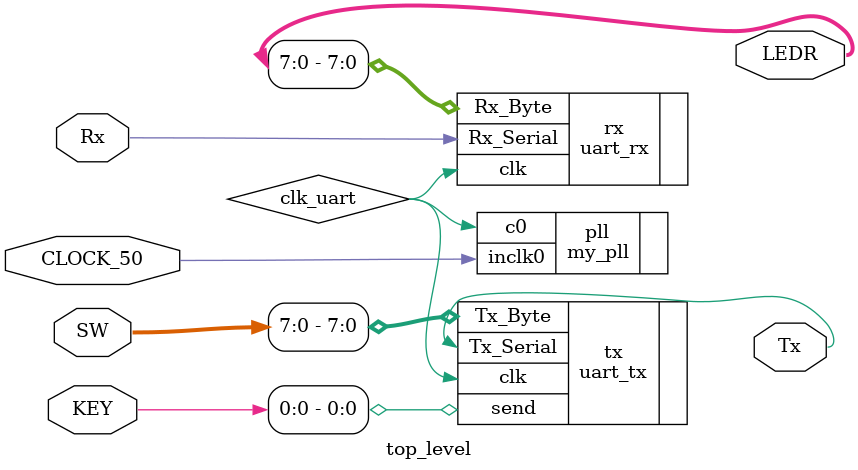
<source format=v>
module top_level
(
	input CLOCK_50,
	input Rx,
	output Tx,
	
	output [17:0] LEDR,
	input [17:0] SW,
	input [3:0] KEY
);

wire clk_uart;

my_pll pll 
(
	.inclk0(CLOCK_50),
	.c0(clk_uart)
);

uart_rx rx
(
	.clk(clk_uart),
	.Rx_Serial(Rx),
	.Rx_Byte(LEDR[7:0])
);

uart_tx tx
(
	.clk(clk_uart),
	.Tx_Serial(Tx),
	.send(KEY[0]),
	.Tx_Byte(SW[7:0])
);

endmodule











</source>
